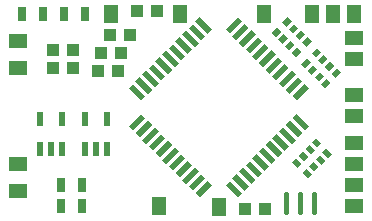
<source format=gtp>
G75*
%MOIN*%
%OFA0B0*%
%FSLAX25Y25*%
%IPPOS*%
%LPD*%
%AMOC8*
5,1,8,0,0,1.08239X$1,22.5*
%
%ADD10R,0.04331X0.03937*%
%ADD11R,0.06000X0.05000*%
%ADD12R,0.05000X0.06000*%
%ADD13R,0.03150X0.04724*%
%ADD14R,0.01969X0.02559*%
%ADD15R,0.05906X0.01969*%
%ADD16R,0.01969X0.05906*%
%ADD17R,0.02165X0.04724*%
%ADD18C,0.01772*%
D10*
X0034102Y0053500D03*
X0035102Y0059500D03*
X0041795Y0059500D03*
X0040795Y0053500D03*
X0038102Y0065500D03*
X0044795Y0065500D03*
X0047102Y0073500D03*
X0053795Y0073500D03*
X0025795Y0060500D03*
X0025795Y0054500D03*
X0019102Y0054500D03*
X0019102Y0060500D03*
X0083102Y0007500D03*
X0089795Y0007500D03*
D11*
X0007449Y0013500D03*
X0007449Y0022500D03*
X0007449Y0054500D03*
X0007449Y0063500D03*
X0119449Y0064500D03*
X0119449Y0057500D03*
X0119449Y0045500D03*
X0119449Y0038500D03*
X0119449Y0029500D03*
X0119449Y0022500D03*
X0119449Y0015500D03*
X0119449Y0008500D03*
D12*
X0074555Y0008288D03*
X0054449Y0008500D03*
X0061449Y0072500D03*
X0038449Y0072500D03*
X0089449Y0072500D03*
X0105449Y0072500D03*
X0112449Y0072500D03*
X0119449Y0072500D03*
D13*
X0029992Y0072500D03*
X0022906Y0072500D03*
X0015992Y0072500D03*
X0008906Y0072500D03*
X0021906Y0015500D03*
X0021906Y0008500D03*
X0028992Y0008500D03*
X0028992Y0015500D03*
D14*
G36*
X0093414Y0064882D02*
X0092022Y0066274D01*
X0093830Y0068082D01*
X0095222Y0066690D01*
X0093414Y0064882D01*
G37*
G36*
X0095641Y0062655D02*
X0094249Y0064047D01*
X0096057Y0065855D01*
X0097449Y0064463D01*
X0095641Y0062655D01*
G37*
G36*
X0097869Y0060428D02*
X0096477Y0061820D01*
X0098285Y0063628D01*
X0099677Y0062236D01*
X0097869Y0060428D01*
G37*
G36*
X0100096Y0058201D02*
X0098704Y0059593D01*
X0100512Y0061401D01*
X0101904Y0060009D01*
X0100096Y0058201D01*
G37*
G36*
X0103287Y0054501D02*
X0101895Y0055893D01*
X0103703Y0057701D01*
X0105095Y0056309D01*
X0103287Y0054501D01*
G37*
G36*
X0105514Y0052274D02*
X0104122Y0053666D01*
X0105930Y0055474D01*
X0107322Y0054082D01*
X0105514Y0052274D01*
G37*
G36*
X0107741Y0050047D02*
X0106349Y0051439D01*
X0108157Y0053247D01*
X0109549Y0051855D01*
X0107741Y0050047D01*
G37*
G36*
X0109969Y0047819D02*
X0108577Y0049211D01*
X0110385Y0051019D01*
X0111777Y0049627D01*
X0109969Y0047819D01*
G37*
G36*
X0113448Y0051299D02*
X0112056Y0052691D01*
X0113864Y0054499D01*
X0115256Y0053107D01*
X0113448Y0051299D01*
G37*
G36*
X0111221Y0053526D02*
X0109829Y0054918D01*
X0111637Y0056726D01*
X0113029Y0055334D01*
X0111221Y0053526D01*
G37*
G36*
X0108994Y0055753D02*
X0107602Y0057145D01*
X0109410Y0058953D01*
X0110802Y0057561D01*
X0108994Y0055753D01*
G37*
G36*
X0106767Y0057981D02*
X0105375Y0059373D01*
X0107183Y0061181D01*
X0108575Y0059789D01*
X0106767Y0057981D01*
G37*
G36*
X0103576Y0061680D02*
X0102184Y0063072D01*
X0103992Y0064880D01*
X0105384Y0063488D01*
X0103576Y0061680D01*
G37*
G36*
X0101348Y0063908D02*
X0099956Y0065300D01*
X0101764Y0067108D01*
X0103156Y0065716D01*
X0101348Y0063908D01*
G37*
G36*
X0099121Y0066135D02*
X0097729Y0067527D01*
X0099537Y0069335D01*
X0100929Y0067943D01*
X0099121Y0066135D01*
G37*
G36*
X0096894Y0068362D02*
X0095502Y0069754D01*
X0097310Y0071562D01*
X0098702Y0070170D01*
X0096894Y0068362D01*
G37*
G36*
X0105450Y0029789D02*
X0106842Y0031181D01*
X0108650Y0029373D01*
X0107258Y0027981D01*
X0105450Y0029789D01*
G37*
G36*
X0103222Y0027561D02*
X0104614Y0028953D01*
X0106422Y0027145D01*
X0105030Y0025753D01*
X0103222Y0027561D01*
G37*
G36*
X0100995Y0025334D02*
X0102387Y0026726D01*
X0104195Y0024918D01*
X0102803Y0023526D01*
X0100995Y0025334D01*
G37*
G36*
X0098768Y0023107D02*
X0100160Y0024499D01*
X0101968Y0022691D01*
X0100576Y0021299D01*
X0098768Y0023107D01*
G37*
G36*
X0102248Y0019627D02*
X0103640Y0021019D01*
X0105448Y0019211D01*
X0104056Y0017819D01*
X0102248Y0019627D01*
G37*
G36*
X0104475Y0021855D02*
X0105867Y0023247D01*
X0107675Y0021439D01*
X0106283Y0020047D01*
X0104475Y0021855D01*
G37*
G36*
X0106702Y0024082D02*
X0108094Y0025474D01*
X0109902Y0023666D01*
X0108510Y0022274D01*
X0106702Y0024082D01*
G37*
G36*
X0108929Y0026309D02*
X0110321Y0027701D01*
X0112129Y0025893D01*
X0110737Y0024501D01*
X0108929Y0026309D01*
G37*
D15*
G36*
X0104514Y0047903D02*
X0100339Y0043728D01*
X0098948Y0045119D01*
X0103123Y0049294D01*
X0104514Y0047903D01*
G37*
G36*
X0102287Y0050130D02*
X0098112Y0045955D01*
X0096721Y0047346D01*
X0100896Y0051521D01*
X0102287Y0050130D01*
G37*
G36*
X0100060Y0052357D02*
X0095885Y0048182D01*
X0094494Y0049573D01*
X0098669Y0053748D01*
X0100060Y0052357D01*
G37*
G36*
X0097833Y0054584D02*
X0093658Y0050409D01*
X0092267Y0051800D01*
X0096442Y0055975D01*
X0097833Y0054584D01*
G37*
G36*
X0095605Y0056811D02*
X0091430Y0052636D01*
X0090039Y0054027D01*
X0094214Y0058202D01*
X0095605Y0056811D01*
G37*
G36*
X0093378Y0059039D02*
X0089203Y0054864D01*
X0087812Y0056255D01*
X0091987Y0060430D01*
X0093378Y0059039D01*
G37*
G36*
X0091151Y0061266D02*
X0086976Y0057091D01*
X0085585Y0058482D01*
X0089760Y0062657D01*
X0091151Y0061266D01*
G37*
G36*
X0088924Y0063493D02*
X0084749Y0059318D01*
X0083358Y0060709D01*
X0087533Y0064884D01*
X0088924Y0063493D01*
G37*
G36*
X0086697Y0065720D02*
X0082522Y0061545D01*
X0081131Y0062936D01*
X0085306Y0067111D01*
X0086697Y0065720D01*
G37*
G36*
X0084470Y0067947D02*
X0080295Y0063772D01*
X0078904Y0065163D01*
X0083079Y0069338D01*
X0084470Y0067947D01*
G37*
G36*
X0082243Y0070174D02*
X0078068Y0065999D01*
X0076677Y0067390D01*
X0080852Y0071565D01*
X0082243Y0070174D01*
G37*
G36*
X0049950Y0037881D02*
X0045775Y0033706D01*
X0044384Y0035097D01*
X0048559Y0039272D01*
X0049950Y0037881D01*
G37*
G36*
X0052177Y0035654D02*
X0048002Y0031479D01*
X0046611Y0032870D01*
X0050786Y0037045D01*
X0052177Y0035654D01*
G37*
G36*
X0054404Y0033427D02*
X0050229Y0029252D01*
X0048838Y0030643D01*
X0053013Y0034818D01*
X0054404Y0033427D01*
G37*
G36*
X0056631Y0031200D02*
X0052456Y0027025D01*
X0051065Y0028416D01*
X0055240Y0032591D01*
X0056631Y0031200D01*
G37*
G36*
X0058858Y0028973D02*
X0054683Y0024798D01*
X0053292Y0026189D01*
X0057467Y0030364D01*
X0058858Y0028973D01*
G37*
G36*
X0061085Y0026745D02*
X0056910Y0022570D01*
X0055519Y0023961D01*
X0059694Y0028136D01*
X0061085Y0026745D01*
G37*
G36*
X0063312Y0024518D02*
X0059137Y0020343D01*
X0057746Y0021734D01*
X0061921Y0025909D01*
X0063312Y0024518D01*
G37*
G36*
X0065539Y0022291D02*
X0061364Y0018116D01*
X0059973Y0019507D01*
X0064148Y0023682D01*
X0065539Y0022291D01*
G37*
G36*
X0067767Y0020064D02*
X0063592Y0015889D01*
X0062201Y0017280D01*
X0066376Y0021455D01*
X0067767Y0020064D01*
G37*
G36*
X0069994Y0017837D02*
X0065819Y0013662D01*
X0064428Y0015053D01*
X0068603Y0019228D01*
X0069994Y0017837D01*
G37*
G36*
X0072221Y0015610D02*
X0068046Y0011435D01*
X0066655Y0012826D01*
X0070830Y0017001D01*
X0072221Y0015610D01*
G37*
D16*
G36*
X0082243Y0012826D02*
X0080852Y0011435D01*
X0076677Y0015610D01*
X0078068Y0017001D01*
X0082243Y0012826D01*
G37*
G36*
X0084470Y0015053D02*
X0083079Y0013662D01*
X0078904Y0017837D01*
X0080295Y0019228D01*
X0084470Y0015053D01*
G37*
G36*
X0086697Y0017280D02*
X0085306Y0015889D01*
X0081131Y0020064D01*
X0082522Y0021455D01*
X0086697Y0017280D01*
G37*
G36*
X0088924Y0019507D02*
X0087533Y0018116D01*
X0083358Y0022291D01*
X0084749Y0023682D01*
X0088924Y0019507D01*
G37*
G36*
X0091151Y0021734D02*
X0089760Y0020343D01*
X0085585Y0024518D01*
X0086976Y0025909D01*
X0091151Y0021734D01*
G37*
G36*
X0093378Y0023961D02*
X0091987Y0022570D01*
X0087812Y0026745D01*
X0089203Y0028136D01*
X0093378Y0023961D01*
G37*
G36*
X0095605Y0026189D02*
X0094214Y0024798D01*
X0090039Y0028973D01*
X0091430Y0030364D01*
X0095605Y0026189D01*
G37*
G36*
X0097833Y0028416D02*
X0096442Y0027025D01*
X0092267Y0031200D01*
X0093658Y0032591D01*
X0097833Y0028416D01*
G37*
G36*
X0100060Y0030643D02*
X0098669Y0029252D01*
X0094494Y0033427D01*
X0095885Y0034818D01*
X0100060Y0030643D01*
G37*
G36*
X0102287Y0032870D02*
X0100896Y0031479D01*
X0096721Y0035654D01*
X0098112Y0037045D01*
X0102287Y0032870D01*
G37*
G36*
X0104514Y0035097D02*
X0103123Y0033706D01*
X0098948Y0037881D01*
X0100339Y0039272D01*
X0104514Y0035097D01*
G37*
G36*
X0069994Y0065163D02*
X0068603Y0063772D01*
X0064428Y0067947D01*
X0065819Y0069338D01*
X0069994Y0065163D01*
G37*
G36*
X0072221Y0067390D02*
X0070830Y0065999D01*
X0066655Y0070174D01*
X0068046Y0071565D01*
X0072221Y0067390D01*
G37*
G36*
X0067767Y0062936D02*
X0066376Y0061545D01*
X0062201Y0065720D01*
X0063592Y0067111D01*
X0067767Y0062936D01*
G37*
G36*
X0065539Y0060709D02*
X0064148Y0059318D01*
X0059973Y0063493D01*
X0061364Y0064884D01*
X0065539Y0060709D01*
G37*
G36*
X0063312Y0058482D02*
X0061921Y0057091D01*
X0057746Y0061266D01*
X0059137Y0062657D01*
X0063312Y0058482D01*
G37*
G36*
X0061085Y0056255D02*
X0059694Y0054864D01*
X0055519Y0059039D01*
X0056910Y0060430D01*
X0061085Y0056255D01*
G37*
G36*
X0058858Y0054027D02*
X0057467Y0052636D01*
X0053292Y0056811D01*
X0054683Y0058202D01*
X0058858Y0054027D01*
G37*
G36*
X0056631Y0051800D02*
X0055240Y0050409D01*
X0051065Y0054584D01*
X0052456Y0055975D01*
X0056631Y0051800D01*
G37*
G36*
X0054404Y0049573D02*
X0053013Y0048182D01*
X0048838Y0052357D01*
X0050229Y0053748D01*
X0054404Y0049573D01*
G37*
G36*
X0052177Y0047346D02*
X0050786Y0045955D01*
X0046611Y0050130D01*
X0048002Y0051521D01*
X0052177Y0047346D01*
G37*
G36*
X0049950Y0045119D02*
X0048559Y0043728D01*
X0044384Y0047903D01*
X0045775Y0049294D01*
X0049950Y0045119D01*
G37*
D17*
X0037189Y0037619D03*
X0029709Y0037619D03*
X0022189Y0037619D03*
X0014709Y0037619D03*
X0014709Y0027381D03*
X0018449Y0027381D03*
X0022189Y0027381D03*
X0029709Y0027381D03*
X0033449Y0027381D03*
X0037189Y0027381D03*
D18*
X0096724Y0012364D02*
X0096724Y0006636D01*
X0101449Y0006636D02*
X0101449Y0012364D01*
X0106173Y0012364D02*
X0106173Y0006636D01*
M02*

</source>
